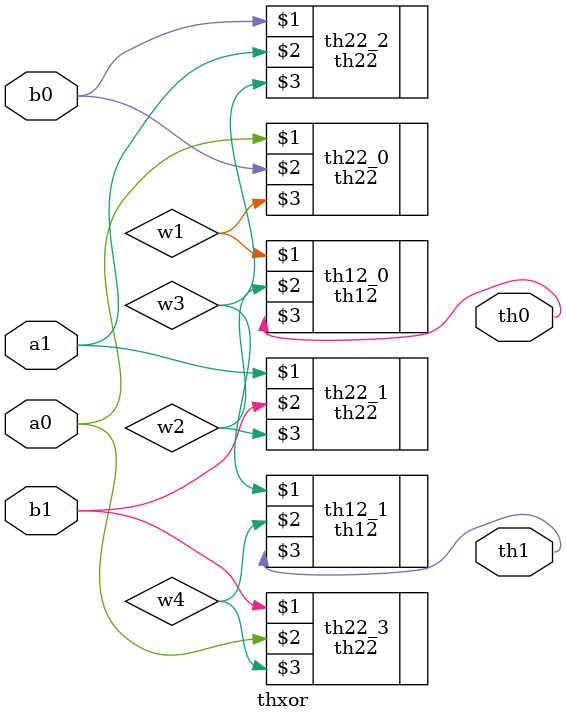
<source format=v>
module thxor(a0, a1, b0, b1, th0, th1);

input wire a0, a1, b0, b1;
output wire th0, th1;

wire w1, w2, w3, w4;
th22 th22_0(a0, b0, w1);
th22 th22_1(a1, b1, w2);
th22 th22_2(b0, a1, w3);
th22 th22_3(b1, a0, w4);

th12 th12_0(w1, w2, th0);
th12 th12_1(w3, w4, th1);

endmodule

</source>
